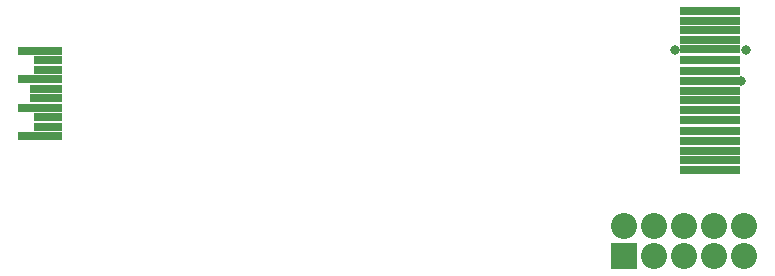
<source format=gts>
G04 Layer_Color=8388736*
%FSAX25Y25*%
%MOIN*%
G70*
G01*
G75*
%ADD23R,0.14579X0.03162*%
%ADD24R,0.11036X0.03162*%
%ADD25R,0.09461X0.03162*%
%ADD26R,0.20485X0.03162*%
%ADD27C,0.08674*%
%ADD28R,0.08674X0.08674*%
%ADD29C,0.03200*%
D23*
X0073220Y0235539D02*
D03*
Y0244988D02*
D03*
Y0254437D02*
D03*
Y0263886D02*
D03*
D24*
X0074992Y0248138D02*
D03*
Y0251287D02*
D03*
D25*
X0075779Y0238689D02*
D03*
Y0241839D02*
D03*
Y0260736D02*
D03*
Y0257587D02*
D03*
D26*
X0296591Y0257367D02*
D03*
Y0260910D02*
D03*
Y0250674D02*
D03*
Y0240871D02*
D03*
Y0237327D02*
D03*
Y0264453D02*
D03*
Y0253823D02*
D03*
Y0247524D02*
D03*
Y0244375D02*
D03*
Y0233784D02*
D03*
Y0230634D02*
D03*
Y0224335D02*
D03*
Y0227485D02*
D03*
Y0267603D02*
D03*
Y0270753D02*
D03*
Y0277052D02*
D03*
Y0273902D02*
D03*
D27*
X0307839Y0205413D02*
D03*
X0287839D02*
D03*
X0297839D02*
D03*
X0307839Y0195413D02*
D03*
X0287839D02*
D03*
X0297839D02*
D03*
X0277839Y0205413D02*
D03*
X0267839D02*
D03*
X0277839Y0195413D02*
D03*
D28*
X0267839D02*
D03*
D29*
X0308528Y0264080D02*
D03*
X0306821Y0254004D02*
D03*
X0284653Y0264372D02*
D03*
M02*

</source>
